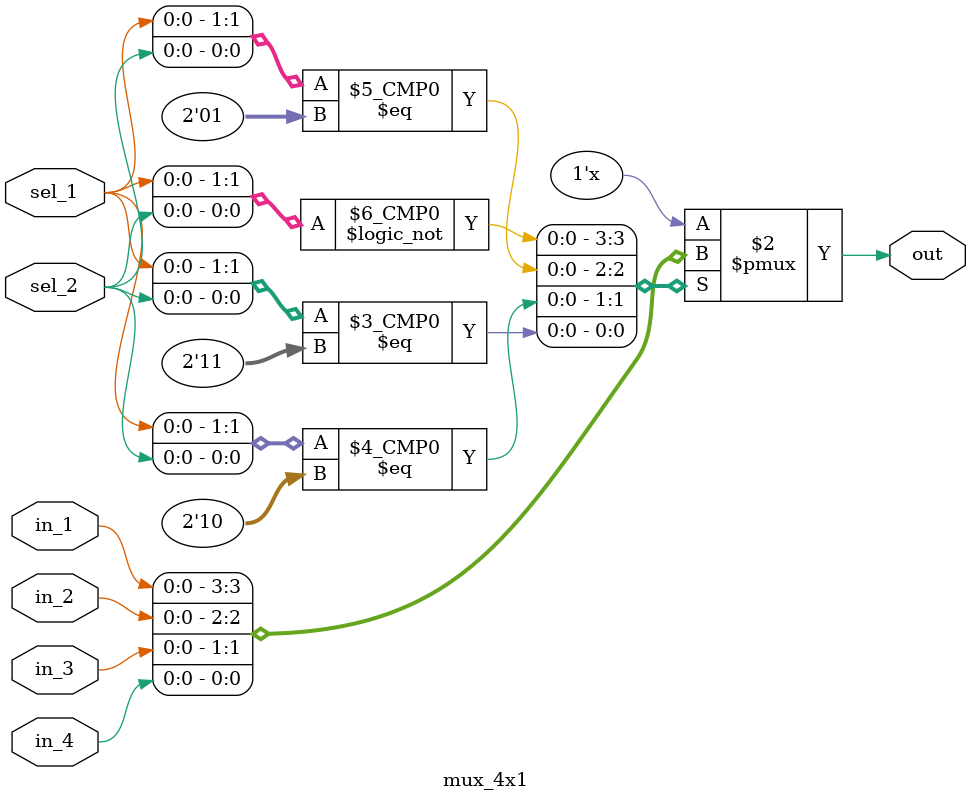
<source format=v>
module mux_4x1(in_1, in_2, in_3, in_4, sel_1, sel_2, out);
output reg out; //reg permite a reutilização em bloco always
input in_1, in_2, in_3, in_4, sel_1, sel_2;

always @(sel_1, sel_2)
begin
	case({sel_1, sel_2})
		0: out = in_1;
		1: out = in_2;
		2: out = in_3;
		3: out = in_4;
	default out = 1'bx;
	endcase
end
endmodule 
</source>
